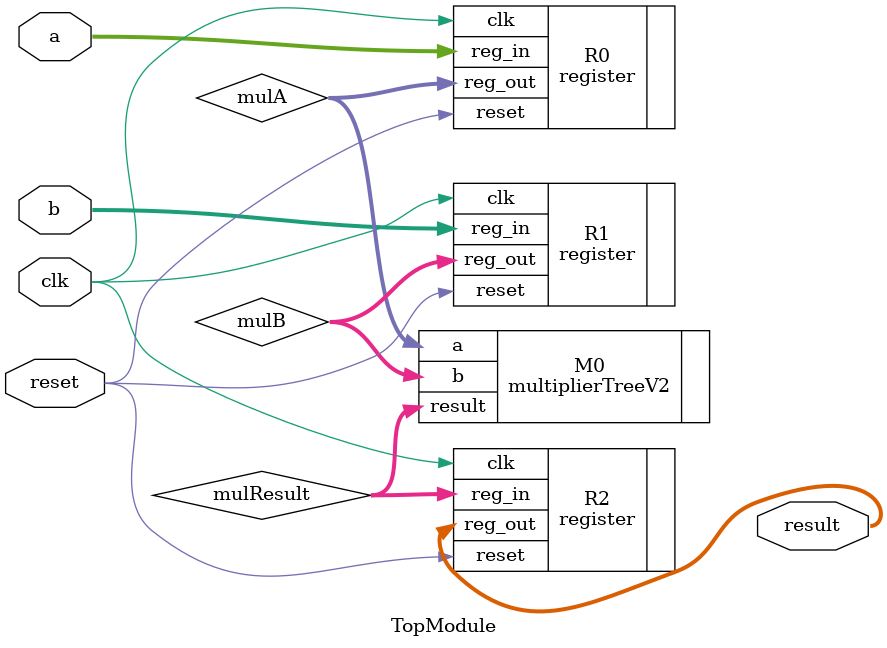
<source format=v>
module TopModule (
    input wire clk,
    input wire [31:0] a,
    input wire [31:0] b,
    input  wire reset ,
    output wire [63:0] result
);
wire [31:0] mulA;
wire [31:0] mulB;
wire [63:0] mulResult;

register #(.N(32)) R0(.clk(clk),.reset(reset),.reg_in(a),.reg_out(mulA));
register #(.N(32)) R1(.clk(clk),.reset(reset),.reg_in(b),.reg_out(mulB));


multiplierTreeV2 M0(.a(mulA),.b(mulB),.result(mulResult));

register #(.N(64)) R2(.clk(clk),.reset(reset),.reg_in(mulResult),.reg_out(result));
    
endmodule
</source>
